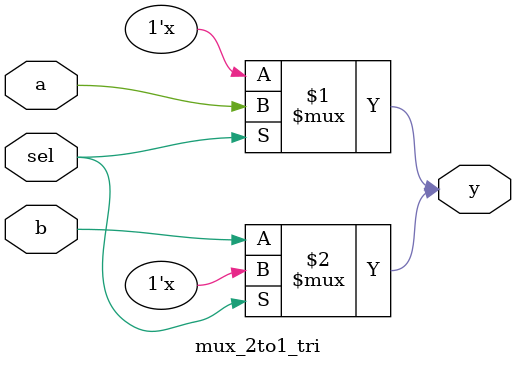
<source format=v>
`timescale 1ns / 1ps


module mux_2to1_tri(output y, input a, b, sel);
  bufif1 (y,a,sel);
  bufif0 (y,b,sel);
 endmodule


</source>
